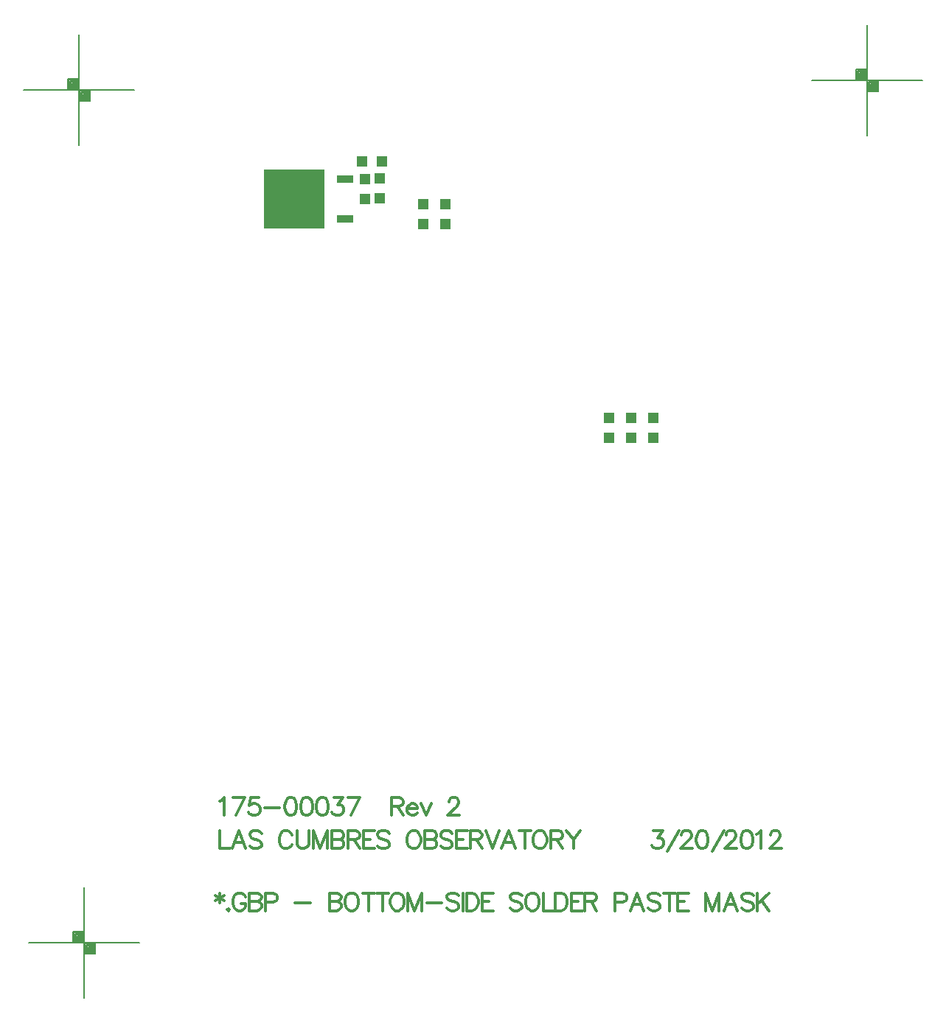
<source format=gbp>
%FSLAX23Y23*%
%MOIN*%
G70*
G01*
G75*
G04 Layer_Color=128*
%ADD10C,0.010*%
%ADD11C,0.012*%
%ADD12C,0.008*%
%ADD13C,0.012*%
%ADD14C,0.012*%
%ADD15C,0.069*%
%ADD16R,0.069X0.069*%
%ADD17C,0.177*%
%ADD18C,0.059*%
%ADD19R,0.059X0.059*%
%ADD20C,0.120*%
%ADD21R,0.120X0.120*%
%ADD22C,0.020*%
%ADD23C,0.050*%
%ADD24C,0.040*%
%ADD25C,0.087*%
G04:AMPARAMS|DCode=26|XSize=87.244mil|YSize=87.244mil|CornerRadius=0mil|HoleSize=0mil|Usage=FLASHONLY|Rotation=0.000|XOffset=0mil|YOffset=0mil|HoleType=Round|Shape=Relief|Width=10mil|Gap=10mil|Entries=4|*
%AMTHD26*
7,0,0,0.087,0.067,0.010,45*
%
%ADD26THD26*%
%ADD27C,0.162*%
%ADD28C,0.075*%
G04:AMPARAMS|DCode=29|XSize=110mil|YSize=110mil|CornerRadius=0mil|HoleSize=0mil|Usage=FLASHONLY|Rotation=0.000|XOffset=0mil|YOffset=0mil|HoleType=Round|Shape=Relief|Width=10mil|Gap=10mil|Entries=4|*
%AMTHD29*
7,0,0,0.110,0.090,0.010,45*
%
%ADD29THD29*%
%ADD30C,0.110*%
%ADD31C,0.068*%
G04:AMPARAMS|DCode=32|XSize=68mil|YSize=68mil|CornerRadius=0mil|HoleSize=0mil|Usage=FLASHONLY|Rotation=0.000|XOffset=0mil|YOffset=0mil|HoleType=Round|Shape=Relief|Width=10mil|Gap=10mil|Entries=4|*
%AMTHD32*
7,0,0,0.068,0.048,0.010,45*
%
%ADD32THD32*%
%ADD33C,0.005*%
%ADD34R,0.050X0.050*%
%ADD35R,0.272X0.268*%
%ADD36R,0.075X0.037*%
%ADD37R,0.050X0.050*%
%ADD38C,0.020*%
%ADD39R,0.315X0.135*%
%ADD40C,0.077*%
%ADD41R,0.077X0.077*%
%ADD42C,0.185*%
%ADD43C,0.067*%
%ADD44R,0.067X0.067*%
%ADD45C,0.128*%
%ADD46R,0.128X0.128*%
%ADD47C,0.028*%
%ADD48C,0.058*%
%ADD49R,0.888X0.233*%
%ADD50R,0.058X0.058*%
%ADD51R,0.280X0.276*%
%ADD52R,0.083X0.045*%
%ADD53R,0.058X0.058*%
D12*
X47076Y37005D02*
X47576D01*
X47326Y36755D02*
Y37255D01*
X47376Y36955D02*
Y37005D01*
X47326Y36955D02*
X47376D01*
X47276Y37005D02*
Y37055D01*
X47326D01*
X47281Y37010D02*
X47321D01*
X47281D02*
Y37050D01*
X47321D01*
Y37010D02*
Y37050D01*
X47286Y37015D02*
X47316D01*
X47286D02*
Y37045D01*
X47316D01*
Y37020D02*
Y37045D01*
X47291Y37020D02*
X47311D01*
X47291D02*
Y37040D01*
X47311D01*
Y37025D02*
Y37040D01*
X47296Y37025D02*
X47306D01*
X47296D02*
Y37035D01*
X47306D01*
Y37025D02*
Y37035D01*
X47296Y37030D02*
X47306D01*
X47331Y36960D02*
X47371D01*
X47331D02*
Y37000D01*
X47371D01*
Y36960D02*
Y37000D01*
X47336Y36965D02*
X47366D01*
X47336D02*
Y36995D01*
X47366D01*
Y36970D02*
Y36995D01*
X47341Y36970D02*
X47361D01*
X47341D02*
Y36990D01*
X47361D01*
Y36975D02*
Y36990D01*
X47346Y36975D02*
X47356D01*
X47346D02*
Y36985D01*
X47356D01*
Y36975D02*
Y36985D01*
X47346Y36980D02*
X47356D01*
X43511Y36964D02*
X44011D01*
X43761Y36714D02*
Y37214D01*
X43811Y36914D02*
Y36964D01*
X43761Y36914D02*
X43811D01*
X43711Y36964D02*
Y37014D01*
X43761D01*
X43716Y36969D02*
X43756D01*
X43716D02*
Y37009D01*
X43756D01*
Y36969D02*
Y37009D01*
X43721Y36974D02*
X43751D01*
X43721D02*
Y37004D01*
X43751D01*
Y36979D02*
Y37004D01*
X43726Y36979D02*
X43746D01*
X43726D02*
Y36999D01*
X43746D01*
Y36984D02*
Y36999D01*
X43731Y36984D02*
X43741D01*
X43731D02*
Y36994D01*
X43741D01*
Y36984D02*
Y36994D01*
X43731Y36989D02*
X43741D01*
X43766Y36919D02*
X43806D01*
X43766D02*
Y36959D01*
X43806D01*
Y36919D02*
Y36959D01*
X43771Y36924D02*
X43801D01*
X43771D02*
Y36954D01*
X43801D01*
Y36929D02*
Y36954D01*
X43776Y36929D02*
X43796D01*
X43776D02*
Y36949D01*
X43796D01*
Y36934D02*
Y36949D01*
X43781Y36934D02*
X43791D01*
X43781D02*
Y36944D01*
X43791D01*
Y36934D02*
Y36944D01*
X43781Y36939D02*
X43791D01*
X43534Y33107D02*
X44034D01*
X43784Y32857D02*
Y33357D01*
X43834Y33057D02*
Y33107D01*
X43784Y33057D02*
X43834D01*
X43734Y33107D02*
Y33157D01*
X43784D01*
X43739Y33112D02*
X43779D01*
X43739D02*
Y33152D01*
X43779D01*
Y33112D02*
Y33152D01*
X43744Y33117D02*
X43774D01*
X43744D02*
Y33147D01*
X43774D01*
Y33122D02*
Y33147D01*
X43749Y33122D02*
X43769D01*
X43749D02*
Y33142D01*
X43769D01*
Y33127D02*
Y33142D01*
X43754Y33127D02*
X43764D01*
X43754D02*
Y33137D01*
X43764D01*
Y33127D02*
Y33137D01*
X43754Y33132D02*
X43764D01*
X43789Y33062D02*
X43829D01*
X43789D02*
Y33102D01*
X43829D01*
Y33062D02*
Y33102D01*
X43794Y33067D02*
X43824D01*
X43794D02*
Y33097D01*
X43824D01*
Y33072D02*
Y33097D01*
X43799Y33072D02*
X43819D01*
X43799D02*
Y33092D01*
X43819D01*
Y33077D02*
Y33092D01*
X43804Y33077D02*
X43814D01*
X43804D02*
Y33087D01*
X43814D01*
Y33077D02*
Y33087D01*
X43804Y33082D02*
X43814D01*
D13*
X44397Y33331D02*
Y33285D01*
X44378Y33320D02*
X44417Y33297D01*
Y33320D02*
X44378Y33297D01*
X44437Y33259D02*
X44433Y33255D01*
X44437Y33251D01*
X44441Y33255D01*
X44437Y33259D01*
X44515Y33312D02*
X44511Y33320D01*
X44504Y33327D01*
X44496Y33331D01*
X44481D01*
X44473Y33327D01*
X44466Y33320D01*
X44462Y33312D01*
X44458Y33301D01*
Y33282D01*
X44462Y33270D01*
X44466Y33262D01*
X44473Y33255D01*
X44481Y33251D01*
X44496D01*
X44504Y33255D01*
X44511Y33262D01*
X44515Y33270D01*
Y33282D01*
X44496D02*
X44515D01*
X44533Y33331D02*
Y33251D01*
Y33331D02*
X44568D01*
X44579Y33327D01*
X44583Y33323D01*
X44587Y33316D01*
Y33308D01*
X44583Y33301D01*
X44579Y33297D01*
X44568Y33293D01*
X44533D02*
X44568D01*
X44579Y33289D01*
X44583Y33285D01*
X44587Y33278D01*
Y33266D01*
X44583Y33259D01*
X44579Y33255D01*
X44568Y33251D01*
X44533D01*
X44605Y33289D02*
X44639D01*
X44650Y33293D01*
X44654Y33297D01*
X44658Y33304D01*
Y33316D01*
X44654Y33323D01*
X44650Y33327D01*
X44639Y33331D01*
X44605D01*
Y33251D01*
X44739Y33285D02*
X44807D01*
X44894Y33331D02*
Y33251D01*
Y33331D02*
X44928D01*
X44939Y33327D01*
X44943Y33323D01*
X44947Y33316D01*
Y33308D01*
X44943Y33301D01*
X44939Y33297D01*
X44928Y33293D01*
X44894D02*
X44928D01*
X44939Y33289D01*
X44943Y33285D01*
X44947Y33278D01*
Y33266D01*
X44943Y33259D01*
X44939Y33255D01*
X44928Y33251D01*
X44894D01*
X44988Y33331D02*
X44980Y33327D01*
X44973Y33320D01*
X44969Y33312D01*
X44965Y33301D01*
Y33282D01*
X44969Y33270D01*
X44973Y33262D01*
X44980Y33255D01*
X44988Y33251D01*
X45003D01*
X45011Y33255D01*
X45018Y33262D01*
X45022Y33270D01*
X45026Y33282D01*
Y33301D01*
X45022Y33312D01*
X45018Y33320D01*
X45011Y33327D01*
X45003Y33331D01*
X44988D01*
X45071D02*
Y33251D01*
X45045Y33331D02*
X45098D01*
X45134D02*
Y33251D01*
X45107Y33331D02*
X45161D01*
X45193D02*
X45186Y33327D01*
X45178Y33320D01*
X45174Y33312D01*
X45170Y33301D01*
Y33282D01*
X45174Y33270D01*
X45178Y33262D01*
X45186Y33255D01*
X45193Y33251D01*
X45208D01*
X45216Y33255D01*
X45224Y33262D01*
X45227Y33270D01*
X45231Y33282D01*
Y33301D01*
X45227Y33312D01*
X45224Y33320D01*
X45216Y33327D01*
X45208Y33331D01*
X45193D01*
X45250D02*
Y33251D01*
Y33331D02*
X45280Y33251D01*
X45311Y33331D02*
X45280Y33251D01*
X45311Y33331D02*
Y33251D01*
X45334Y33285D02*
X45402D01*
X45479Y33320D02*
X45472Y33327D01*
X45460Y33331D01*
X45445D01*
X45433Y33327D01*
X45426Y33320D01*
Y33312D01*
X45430Y33304D01*
X45433Y33301D01*
X45441Y33297D01*
X45464Y33289D01*
X45472Y33285D01*
X45475Y33282D01*
X45479Y33274D01*
Y33262D01*
X45472Y33255D01*
X45460Y33251D01*
X45445D01*
X45433Y33255D01*
X45426Y33262D01*
X45497Y33331D02*
Y33251D01*
X45514Y33331D02*
Y33251D01*
Y33331D02*
X45540D01*
X45552Y33327D01*
X45560Y33320D01*
X45563Y33312D01*
X45567Y33301D01*
Y33282D01*
X45563Y33270D01*
X45560Y33262D01*
X45552Y33255D01*
X45540Y33251D01*
X45514D01*
X45635Y33331D02*
X45585D01*
Y33251D01*
X45635D01*
X45585Y33293D02*
X45616D01*
X45764Y33320D02*
X45756Y33327D01*
X45745Y33331D01*
X45730D01*
X45718Y33327D01*
X45711Y33320D01*
Y33312D01*
X45715Y33304D01*
X45718Y33301D01*
X45726Y33297D01*
X45749Y33289D01*
X45756Y33285D01*
X45760Y33282D01*
X45764Y33274D01*
Y33262D01*
X45756Y33255D01*
X45745Y33251D01*
X45730D01*
X45718Y33255D01*
X45711Y33262D01*
X45805Y33331D02*
X45797Y33327D01*
X45790Y33320D01*
X45786Y33312D01*
X45782Y33301D01*
Y33282D01*
X45786Y33270D01*
X45790Y33262D01*
X45797Y33255D01*
X45805Y33251D01*
X45820D01*
X45828Y33255D01*
X45835Y33262D01*
X45839Y33270D01*
X45843Y33282D01*
Y33301D01*
X45839Y33312D01*
X45835Y33320D01*
X45828Y33327D01*
X45820Y33331D01*
X45805D01*
X45862D02*
Y33251D01*
X45907D01*
X45916Y33331D02*
Y33251D01*
Y33331D02*
X45943D01*
X45954Y33327D01*
X45962Y33320D01*
X45966Y33312D01*
X45969Y33301D01*
Y33282D01*
X45966Y33270D01*
X45962Y33262D01*
X45954Y33255D01*
X45943Y33251D01*
X45916D01*
X46037Y33331D02*
X45987D01*
Y33251D01*
X46037D01*
X45987Y33293D02*
X46018D01*
X46050Y33331D02*
Y33251D01*
Y33331D02*
X46084D01*
X46096Y33327D01*
X46100Y33323D01*
X46103Y33316D01*
Y33308D01*
X46100Y33301D01*
X46096Y33297D01*
X46084Y33293D01*
X46050D01*
X46077D02*
X46103Y33251D01*
X46184Y33289D02*
X46218D01*
X46230Y33293D01*
X46234Y33297D01*
X46237Y33304D01*
Y33316D01*
X46234Y33323D01*
X46230Y33327D01*
X46218Y33331D01*
X46184D01*
Y33251D01*
X46316D02*
X46286Y33331D01*
X46255Y33251D01*
X46267Y33278D02*
X46305D01*
X46388Y33320D02*
X46381Y33327D01*
X46369Y33331D01*
X46354D01*
X46343Y33327D01*
X46335Y33320D01*
Y33312D01*
X46339Y33304D01*
X46343Y33301D01*
X46350Y33297D01*
X46373Y33289D01*
X46381Y33285D01*
X46385Y33282D01*
X46388Y33274D01*
Y33262D01*
X46381Y33255D01*
X46369Y33251D01*
X46354D01*
X46343Y33255D01*
X46335Y33262D01*
X46433Y33331D02*
Y33251D01*
X46406Y33331D02*
X46460D01*
X46519D02*
X46469D01*
Y33251D01*
X46519D01*
X46469Y33293D02*
X46500D01*
X46595Y33331D02*
Y33251D01*
Y33331D02*
X46625Y33251D01*
X46656Y33331D02*
X46625Y33251D01*
X46656Y33331D02*
Y33251D01*
X46739D02*
X46709Y33331D01*
X46679Y33251D01*
X46690Y33278D02*
X46728D01*
X46811Y33320D02*
X46804Y33327D01*
X46792Y33331D01*
X46777D01*
X46766Y33327D01*
X46758Y33320D01*
Y33312D01*
X46762Y33304D01*
X46766Y33301D01*
X46773Y33297D01*
X46796Y33289D01*
X46804Y33285D01*
X46808Y33282D01*
X46811Y33274D01*
Y33262D01*
X46804Y33255D01*
X46792Y33251D01*
X46777D01*
X46766Y33255D01*
X46758Y33262D01*
X46829Y33331D02*
Y33251D01*
X46883Y33331D02*
X46829Y33278D01*
X46848Y33297D02*
X46883Y33251D01*
X44399Y33746D02*
X44407Y33750D01*
X44419Y33762D01*
Y33682D01*
X44511Y33762D02*
X44473Y33682D01*
X44458Y33762D02*
X44511D01*
X44575D02*
X44537D01*
X44533Y33727D01*
X44537Y33731D01*
X44548Y33735D01*
X44560D01*
X44571Y33731D01*
X44579Y33724D01*
X44583Y33712D01*
Y33704D01*
X44579Y33693D01*
X44571Y33685D01*
X44560Y33682D01*
X44548D01*
X44537Y33685D01*
X44533Y33689D01*
X44529Y33697D01*
X44601Y33716D02*
X44669D01*
X44716Y33762D02*
X44704Y33758D01*
X44697Y33746D01*
X44693Y33727D01*
Y33716D01*
X44697Y33697D01*
X44704Y33685D01*
X44716Y33682D01*
X44723D01*
X44735Y33685D01*
X44742Y33697D01*
X44746Y33716D01*
Y33727D01*
X44742Y33746D01*
X44735Y33758D01*
X44723Y33762D01*
X44716D01*
X44787D02*
X44775Y33758D01*
X44768Y33746D01*
X44764Y33727D01*
Y33716D01*
X44768Y33697D01*
X44775Y33685D01*
X44787Y33682D01*
X44794D01*
X44806Y33685D01*
X44814Y33697D01*
X44817Y33716D01*
Y33727D01*
X44814Y33746D01*
X44806Y33758D01*
X44794Y33762D01*
X44787D01*
X44858D02*
X44847Y33758D01*
X44839Y33746D01*
X44835Y33727D01*
Y33716D01*
X44839Y33697D01*
X44847Y33685D01*
X44858Y33682D01*
X44866D01*
X44877Y33685D01*
X44885Y33697D01*
X44889Y33716D01*
Y33727D01*
X44885Y33746D01*
X44877Y33758D01*
X44866Y33762D01*
X44858D01*
X44914D02*
X44956D01*
X44933Y33731D01*
X44945D01*
X44952Y33727D01*
X44956Y33724D01*
X44960Y33712D01*
Y33704D01*
X44956Y33693D01*
X44948Y33685D01*
X44937Y33682D01*
X44925D01*
X44914Y33685D01*
X44910Y33689D01*
X44906Y33697D01*
X45031Y33762D02*
X44993Y33682D01*
X44978Y33762D02*
X45031D01*
X45175D02*
Y33682D01*
Y33762D02*
X45209D01*
X45220Y33758D01*
X45224Y33754D01*
X45228Y33746D01*
Y33739D01*
X45224Y33731D01*
X45220Y33727D01*
X45209Y33724D01*
X45175D01*
X45201D02*
X45228Y33682D01*
X45246Y33712D02*
X45291D01*
Y33720D01*
X45288Y33727D01*
X45284Y33731D01*
X45276Y33735D01*
X45265D01*
X45257Y33731D01*
X45250Y33724D01*
X45246Y33712D01*
Y33704D01*
X45250Y33693D01*
X45257Y33685D01*
X45265Y33682D01*
X45276D01*
X45284Y33685D01*
X45291Y33693D01*
X45309Y33735D02*
X45331Y33682D01*
X45354Y33735D02*
X45331Y33682D01*
X45434Y33743D02*
Y33746D01*
X45438Y33754D01*
X45442Y33758D01*
X45449Y33762D01*
X45464D01*
X45472Y33758D01*
X45476Y33754D01*
X45480Y33746D01*
Y33739D01*
X45476Y33731D01*
X45468Y33720D01*
X45430Y33682D01*
X45483D01*
D14*
X44399Y33612D02*
Y33532D01*
X44445D01*
X44515D02*
X44484Y33612D01*
X44454Y33532D01*
X44465Y33558D02*
X44503D01*
X44587Y33600D02*
X44579Y33608D01*
X44568Y33612D01*
X44553D01*
X44541Y33608D01*
X44534Y33600D01*
Y33593D01*
X44537Y33585D01*
X44541Y33581D01*
X44549Y33577D01*
X44572Y33570D01*
X44579Y33566D01*
X44583Y33562D01*
X44587Y33554D01*
Y33543D01*
X44579Y33535D01*
X44568Y33532D01*
X44553D01*
X44541Y33535D01*
X44534Y33543D01*
X44725Y33593D02*
X44721Y33600D01*
X44713Y33608D01*
X44706Y33612D01*
X44690D01*
X44683Y33608D01*
X44675Y33600D01*
X44671Y33593D01*
X44668Y33581D01*
Y33562D01*
X44671Y33551D01*
X44675Y33543D01*
X44683Y33535D01*
X44690Y33532D01*
X44706D01*
X44713Y33535D01*
X44721Y33543D01*
X44725Y33551D01*
X44747Y33612D02*
Y33554D01*
X44751Y33543D01*
X44759Y33535D01*
X44770Y33532D01*
X44778D01*
X44789Y33535D01*
X44797Y33543D01*
X44801Y33554D01*
Y33612D01*
X44823D02*
Y33532D01*
Y33612D02*
X44853Y33532D01*
X44884Y33612D02*
X44853Y33532D01*
X44884Y33612D02*
Y33532D01*
X44906Y33612D02*
Y33532D01*
Y33612D02*
X44941D01*
X44952Y33608D01*
X44956Y33604D01*
X44960Y33596D01*
Y33589D01*
X44956Y33581D01*
X44952Y33577D01*
X44941Y33573D01*
X44906D02*
X44941D01*
X44952Y33570D01*
X44956Y33566D01*
X44960Y33558D01*
Y33547D01*
X44956Y33539D01*
X44952Y33535D01*
X44941Y33532D01*
X44906D01*
X44978Y33612D02*
Y33532D01*
Y33612D02*
X45012D01*
X45023Y33608D01*
X45027Y33604D01*
X45031Y33596D01*
Y33589D01*
X45027Y33581D01*
X45023Y33577D01*
X45012Y33573D01*
X44978D01*
X45004D02*
X45031Y33532D01*
X45098Y33612D02*
X45049D01*
Y33532D01*
X45098D01*
X45049Y33573D02*
X45079D01*
X45165Y33600D02*
X45157Y33608D01*
X45146Y33612D01*
X45131D01*
X45119Y33608D01*
X45112Y33600D01*
Y33593D01*
X45116Y33585D01*
X45119Y33581D01*
X45127Y33577D01*
X45150Y33570D01*
X45157Y33566D01*
X45161Y33562D01*
X45165Y33554D01*
Y33543D01*
X45157Y33535D01*
X45146Y33532D01*
X45131D01*
X45119Y33535D01*
X45112Y33543D01*
X45269Y33612D02*
X45261Y33608D01*
X45253Y33600D01*
X45250Y33593D01*
X45246Y33581D01*
Y33562D01*
X45250Y33551D01*
X45253Y33543D01*
X45261Y33535D01*
X45269Y33532D01*
X45284D01*
X45291Y33535D01*
X45299Y33543D01*
X45303Y33551D01*
X45307Y33562D01*
Y33581D01*
X45303Y33593D01*
X45299Y33600D01*
X45291Y33608D01*
X45284Y33612D01*
X45269D01*
X45325D02*
Y33532D01*
Y33612D02*
X45360D01*
X45371Y33608D01*
X45375Y33604D01*
X45379Y33596D01*
Y33589D01*
X45375Y33581D01*
X45371Y33577D01*
X45360Y33573D01*
X45325D02*
X45360D01*
X45371Y33570D01*
X45375Y33566D01*
X45379Y33558D01*
Y33547D01*
X45375Y33539D01*
X45371Y33535D01*
X45360Y33532D01*
X45325D01*
X45450Y33600D02*
X45442Y33608D01*
X45431Y33612D01*
X45416D01*
X45404Y33608D01*
X45397Y33600D01*
Y33593D01*
X45400Y33585D01*
X45404Y33581D01*
X45412Y33577D01*
X45435Y33570D01*
X45442Y33566D01*
X45446Y33562D01*
X45450Y33554D01*
Y33543D01*
X45442Y33535D01*
X45431Y33532D01*
X45416D01*
X45404Y33535D01*
X45397Y33543D01*
X45517Y33612D02*
X45468D01*
Y33532D01*
X45517D01*
X45468Y33573D02*
X45498D01*
X45531Y33612D02*
Y33532D01*
Y33612D02*
X45565D01*
X45576Y33608D01*
X45580Y33604D01*
X45584Y33596D01*
Y33589D01*
X45580Y33581D01*
X45576Y33577D01*
X45565Y33573D01*
X45531D01*
X45557D02*
X45584Y33532D01*
X45602Y33612D02*
X45632Y33532D01*
X45663Y33612D02*
X45632Y33532D01*
X45734D02*
X45704Y33612D01*
X45673Y33532D01*
X45685Y33558D02*
X45723D01*
X45779Y33612D02*
Y33532D01*
X45753Y33612D02*
X45806D01*
X45838D02*
X45831Y33608D01*
X45823Y33600D01*
X45819Y33593D01*
X45816Y33581D01*
Y33562D01*
X45819Y33551D01*
X45823Y33543D01*
X45831Y33535D01*
X45838Y33532D01*
X45854D01*
X45861Y33535D01*
X45869Y33543D01*
X45873Y33551D01*
X45877Y33562D01*
Y33581D01*
X45873Y33593D01*
X45869Y33600D01*
X45861Y33608D01*
X45854Y33612D01*
X45838D01*
X45895D02*
Y33532D01*
Y33612D02*
X45929D01*
X45941Y33608D01*
X45945Y33604D01*
X45948Y33596D01*
Y33589D01*
X45945Y33581D01*
X45941Y33577D01*
X45929Y33573D01*
X45895D01*
X45922D02*
X45948Y33532D01*
X45966Y33612D02*
X45997Y33573D01*
Y33532D01*
X46027Y33612D02*
X45997Y33573D01*
X46359Y33612D02*
X46401D01*
X46379Y33581D01*
X46390D01*
X46398Y33577D01*
X46401Y33573D01*
X46405Y33562D01*
Y33554D01*
X46401Y33543D01*
X46394Y33535D01*
X46382Y33532D01*
X46371D01*
X46359Y33535D01*
X46356Y33539D01*
X46352Y33547D01*
X46423Y33520D02*
X46476Y33612D01*
X46486Y33593D02*
Y33596D01*
X46489Y33604D01*
X46493Y33608D01*
X46501Y33612D01*
X46516D01*
X46524Y33608D01*
X46527Y33604D01*
X46531Y33596D01*
Y33589D01*
X46527Y33581D01*
X46520Y33570D01*
X46482Y33532D01*
X46535D01*
X46576Y33612D02*
X46564Y33608D01*
X46557Y33596D01*
X46553Y33577D01*
Y33566D01*
X46557Y33547D01*
X46564Y33535D01*
X46576Y33532D01*
X46583D01*
X46595Y33535D01*
X46602Y33547D01*
X46606Y33566D01*
Y33577D01*
X46602Y33596D01*
X46595Y33608D01*
X46583Y33612D01*
X46576D01*
X46624Y33520D02*
X46677Y33612D01*
X46687Y33593D02*
Y33596D01*
X46690Y33604D01*
X46694Y33608D01*
X46702Y33612D01*
X46717D01*
X46725Y33608D01*
X46729Y33604D01*
X46732Y33596D01*
Y33589D01*
X46729Y33581D01*
X46721Y33570D01*
X46683Y33532D01*
X46736D01*
X46777Y33612D02*
X46765Y33608D01*
X46758Y33596D01*
X46754Y33577D01*
Y33566D01*
X46758Y33547D01*
X46765Y33535D01*
X46777Y33532D01*
X46785D01*
X46796Y33535D01*
X46804Y33547D01*
X46807Y33566D01*
Y33577D01*
X46804Y33596D01*
X46796Y33608D01*
X46785Y33612D01*
X46777D01*
X46825Y33596D02*
X46833Y33600D01*
X46844Y33612D01*
Y33532D01*
X46888Y33593D02*
Y33596D01*
X46892Y33604D01*
X46895Y33608D01*
X46903Y33612D01*
X46918D01*
X46926Y33608D01*
X46930Y33604D01*
X46933Y33596D01*
Y33589D01*
X46930Y33581D01*
X46922Y33570D01*
X46884Y33532D01*
X46937D01*
D34*
X46160Y35480D02*
D03*
Y35390D02*
D03*
X46260Y35480D02*
D03*
Y35390D02*
D03*
X46360Y35480D02*
D03*
Y35390D02*
D03*
X45420Y36445D02*
D03*
Y36355D02*
D03*
X45320Y36445D02*
D03*
Y36355D02*
D03*
X45123Y36472D02*
D03*
Y36562D02*
D03*
X45054Y36470D02*
D03*
Y36560D02*
D03*
D35*
X44734Y36470D02*
D03*
D36*
X44964Y36381D02*
D03*
Y36560D02*
D03*
D37*
X45041Y36641D02*
D03*
X45131D02*
D03*
M02*

</source>
